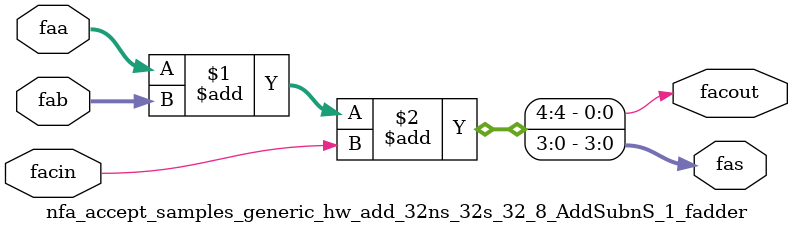
<source format=v>
module nfa_accept_samples_generic_hw_add_32ns_32s_32_8_AddSubnS_1_fadder 
#(parameter
    N = 4
)(
    input  [N-1 : 0]  faa,
    input  [N-1 : 0]  fab,
    input  wire  facin,
    output [N-1 : 0]  fas,
    output wire  facout
);
assign {facout, fas} = faa + fab + facin;
endmodule
</source>
